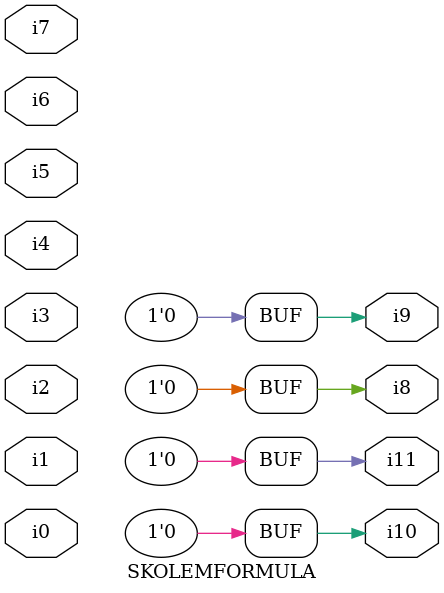
<source format=v>

module SKOLEMFORMULA ( 
    i0, i1, i2, i3, i4, i5, i6, i7,
    i8, i9, i10, i11  );
  input  i0, i1, i2, i3, i4, i5, i6, i7;
  output i8, i9, i10, i11;
  assign i8 = 1'b0;
  assign i9 = 1'b0;
  assign i10 = 1'b0;
  assign i11 = 1'b0;
endmodule



</source>
